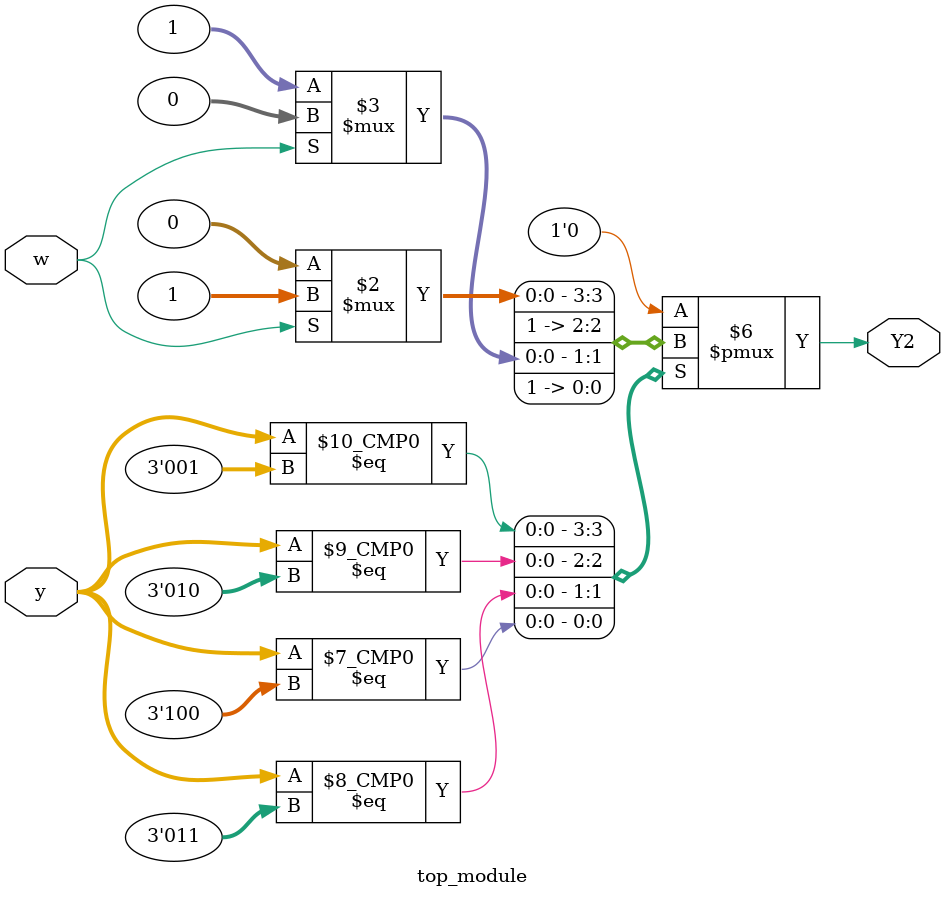
<source format=sv>
module top_module(
    input [3:1] y,
    input w,
    output reg Y2);

    always @(*) begin
        case (y)
            3'b000: Y2 = 0; // A
            3'b001: Y2 = w ? 1 : 0; // B
            3'b010: Y2 = 1; // C
            3'b011: Y2 = w ? 0 : 1; // D
            3'b100: Y2 = 1; // E
            3'b101: Y2 = 0; // F
            default: Y2 = 0;
        endcase
    end
endmodule

</source>
